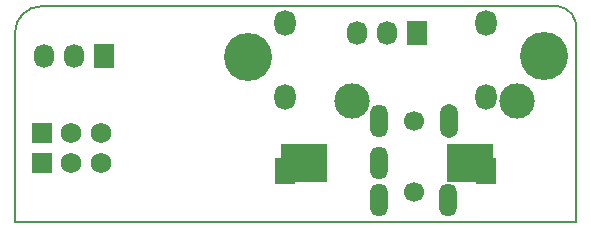
<source format=gbs>
G04 #@! TF.FileFunction,Soldermask,Bot*
%FSLAX45Y45*%
G04 Gerber Fmt 4.5, Leading zero omitted, Abs format (unit mm)*
G04 Created by KiCad (PCBNEW 4.0.6+dfsg1-1) date Sat Nov  4 13:52:50 2017*
%MOMM*%
%LPD*%
G01*
G04 APERTURE LIST*
%ADD10C,0.150000*%
%ADD11R,1.727200X2.032000*%
%ADD12O,1.727200X2.032000*%
%ADD13C,1.750060*%
%ADD14R,1.750060X1.750060*%
%ADD15R,4.000000X3.200000*%
%ADD16C,3.000000*%
%ADD17O,1.500000X2.800000*%
%ADD18O,1.500000X2.900000*%
%ADD19C,1.700000*%
%ADD20R,1.800860X2.199640*%
%ADD21O,1.800860X2.199640*%
%ADD22C,4.064000*%
G04 APERTURE END LIST*
D10*
X14975000Y-15315000D02*
X14975000Y-13690000D01*
X10450000Y-13490000D02*
X14825000Y-13490000D01*
X10225000Y-15315000D02*
X10225000Y-13715000D01*
X14975000Y-13690000D02*
G75*
G03X14825000Y-13490000I-175000J25000D01*
G01*
X10450000Y-13490000D02*
G75*
G03X10225000Y-13715000I0J-225000D01*
G01*
X14975000Y-15315000D02*
X10225000Y-15315000D01*
D11*
X10975000Y-13915000D03*
D12*
X10721000Y-13915000D03*
X10467000Y-13915000D03*
D13*
X10949936Y-14564938D03*
D14*
X10450064Y-14564938D03*
D13*
X10700000Y-14564938D03*
X10700000Y-14814874D03*
D14*
X10450064Y-14814874D03*
D13*
X10949936Y-14814874D03*
D11*
X13625000Y-13715000D03*
D12*
X13371000Y-13715000D03*
X13125000Y-13715000D03*
D15*
X14075000Y-14815000D03*
X12675000Y-14815000D03*
D16*
X14475000Y-14290000D03*
X13075000Y-14290000D03*
D17*
X13890000Y-15135000D03*
X13310000Y-15135000D03*
X13310000Y-14815000D03*
X13310000Y-14465000D03*
D18*
X13900000Y-14465000D03*
D19*
X13600000Y-15065000D03*
X13600000Y-14465000D03*
D20*
X12510000Y-14889884D03*
D21*
X12510000Y-14259964D03*
X12510000Y-13630044D03*
D20*
X14210000Y-14889884D03*
D21*
X14210000Y-14259964D03*
X14210000Y-13630044D03*
D22*
X12200000Y-13920000D03*
X14700000Y-13910000D03*
M02*

</source>
